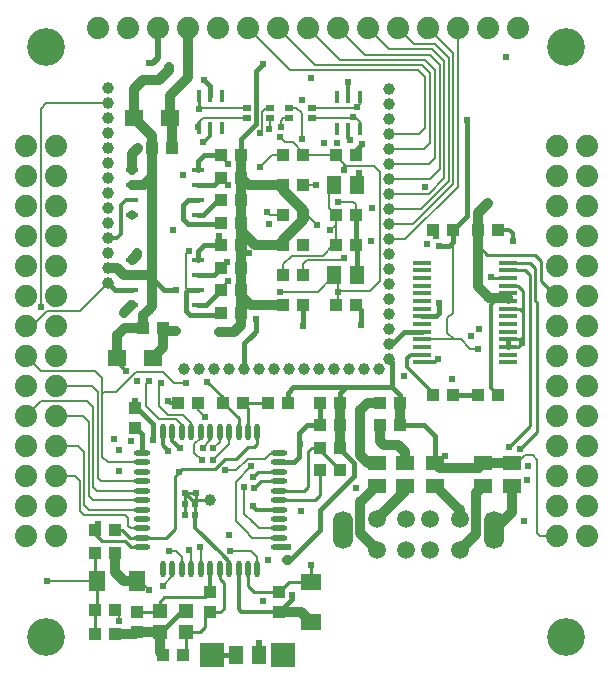
<source format=gbl>
G04 (created by PCBNEW (2013-03-19 BZR 4004)-stable) date 2015/1/14 18:16:16*
%MOIN*%
G04 Gerber Fmt 3.4, Leading zero omitted, Abs format*
%FSLAX34Y34*%
G01*
G70*
G90*
G04 APERTURE LIST*
%ADD10C,0*%
%ADD11R,0.0511X0.059*%
%ADD12R,0.059X0.0511*%
%ADD13R,0.0393X0.0433*%
%ADD14R,0.015748X0.0393701*%
%ADD15R,0.081X0.081*%
%ADD16C,0.126*%
%ADD17O,0.0551X0.0177*%
%ADD18O,0.0177X0.0551*%
%ADD19C,0.0393*%
%ADD20R,0.059X0.015*%
%ADD21R,0.0255906X0.019685*%
%ADD22R,0.0433X0.0393*%
%ADD23R,0.0551X0.0708*%
%ADD24R,0.0708X0.0551*%
%ADD25R,0.0511811X0.0452756*%
%ADD26R,0.0629X0.0551*%
%ADD27R,0.0393701X0.015748*%
%ADD28C,0.0393701*%
%ADD29C,0.074*%
%ADD30C,0.0590551*%
%ADD31O,0.0669291X0.125984*%
%ADD32C,0.0240157*%
%ADD33C,0.024*%
%ADD34C,0.032*%
%ADD35C,0.008*%
%ADD36C,0.016*%
%ADD37C,0.01*%
%ADD38C,0.032*%
%ADD39C,0.006*%
%ADD40C,0.012*%
%ADD41C,0.02*%
G04 APERTURE END LIST*
G54D10*
G54D11*
X42636Y-36500D03*
X41888Y-36500D03*
G54D12*
X43300Y-45776D03*
X43300Y-46524D03*
X46850Y-45776D03*
X46850Y-46524D03*
X47800Y-46524D03*
X47800Y-45776D03*
G54D11*
X38626Y-52150D03*
X39374Y-52150D03*
X41888Y-39500D03*
X42636Y-39500D03*
G54D12*
X45250Y-45776D03*
X45250Y-46524D03*
X44250Y-45776D03*
X44250Y-46524D03*
G54D13*
X36666Y-43750D03*
X37334Y-43750D03*
G54D14*
X42356Y-33566D03*
X42750Y-33566D03*
X42750Y-34629D03*
X42356Y-34629D03*
X41962Y-34629D03*
X41962Y-33566D03*
X37756Y-34583D03*
X37362Y-34583D03*
X37362Y-33520D03*
X37756Y-33520D03*
X38150Y-33520D03*
X38150Y-34583D03*
G54D15*
X37818Y-52150D03*
X40181Y-52150D03*
G54D16*
X49606Y-51574D03*
X49606Y-31889D03*
G54D17*
X40033Y-45426D03*
X40033Y-45741D03*
X40033Y-46056D03*
X40033Y-46371D03*
X40033Y-46686D03*
X40033Y-47000D03*
X40033Y-47314D03*
X40033Y-47629D03*
X40033Y-47944D03*
X40033Y-48259D03*
X40033Y-48574D03*
G54D18*
X39324Y-49283D03*
X39009Y-49283D03*
X38694Y-49283D03*
X38379Y-49283D03*
X38064Y-49283D03*
X37750Y-49283D03*
X37436Y-49283D03*
X37121Y-49283D03*
X36806Y-49283D03*
X36491Y-49283D03*
X36176Y-49283D03*
G54D17*
X35467Y-48574D03*
X35467Y-48259D03*
X35467Y-47944D03*
X35467Y-47629D03*
X35467Y-47314D03*
X35467Y-47000D03*
X35467Y-46686D03*
X35467Y-46371D03*
X35467Y-46056D03*
X35467Y-45741D03*
X35467Y-45426D03*
G54D18*
X36176Y-44717D03*
X36491Y-44717D03*
X36806Y-44717D03*
X37121Y-44717D03*
X37436Y-44717D03*
X37750Y-44717D03*
X38064Y-44717D03*
X38379Y-44717D03*
X38694Y-44717D03*
X39009Y-44717D03*
X39324Y-44717D03*
G54D19*
X37750Y-47000D03*
G54D20*
X44823Y-42413D03*
X44823Y-42157D03*
X44823Y-41901D03*
X44823Y-41645D03*
X44823Y-41389D03*
X44823Y-41133D03*
X44823Y-40877D03*
X44823Y-40623D03*
X44823Y-40367D03*
X44823Y-40111D03*
X44823Y-39855D03*
X44823Y-39599D03*
X44823Y-39343D03*
X44823Y-39087D03*
X47677Y-39087D03*
X47677Y-39343D03*
X47677Y-39599D03*
X47677Y-39855D03*
X47677Y-40111D03*
X47677Y-40367D03*
X47677Y-40623D03*
X47677Y-40877D03*
X47677Y-41133D03*
X47677Y-41389D03*
X47677Y-41645D03*
X47677Y-41901D03*
X47677Y-42157D03*
X47677Y-42413D03*
G54D21*
X40382Y-33922D03*
X40382Y-34277D03*
X41130Y-34277D03*
X41130Y-33922D03*
X39730Y-34277D03*
X39730Y-33922D03*
X38982Y-33922D03*
X38982Y-34277D03*
G54D13*
X38122Y-37750D03*
X38790Y-37750D03*
X38122Y-36250D03*
X38790Y-36250D03*
X40178Y-39500D03*
X40846Y-39500D03*
G54D22*
X37750Y-50066D03*
X37750Y-50734D03*
G54D13*
X41416Y-45250D03*
X42084Y-45250D03*
X40334Y-43750D03*
X39666Y-43750D03*
G54D22*
X35250Y-44584D03*
X35250Y-43916D03*
X40050Y-50066D03*
X40050Y-50734D03*
G54D13*
X38122Y-37000D03*
X38790Y-37000D03*
X38122Y-39250D03*
X38790Y-39250D03*
X38122Y-40750D03*
X38790Y-40750D03*
X38122Y-35500D03*
X38790Y-35500D03*
X33916Y-48750D03*
X34584Y-48750D03*
X46666Y-43500D03*
X47334Y-43500D03*
X38122Y-38500D03*
X38790Y-38500D03*
X38122Y-40000D03*
X38790Y-40000D03*
G54D23*
X33981Y-49700D03*
X35319Y-49700D03*
G54D24*
X41100Y-49731D03*
X41100Y-51069D03*
G54D25*
X36066Y-50695D03*
X36933Y-50695D03*
X36933Y-51404D03*
X36066Y-51404D03*
G54D26*
X35216Y-34250D03*
X36396Y-34250D03*
X34660Y-42250D03*
X35840Y-42250D03*
G54D22*
X42084Y-43750D03*
X41416Y-43750D03*
X42084Y-44500D03*
X41416Y-44500D03*
G54D13*
X35300Y-51384D03*
X35300Y-50716D03*
G54D22*
X36166Y-52150D03*
X36834Y-52150D03*
X38834Y-43750D03*
X38166Y-43750D03*
X34584Y-48000D03*
X33916Y-48000D03*
X41416Y-46000D03*
X42084Y-46000D03*
X43416Y-43750D03*
X44084Y-43750D03*
X45166Y-43500D03*
X45834Y-43500D03*
X47334Y-38000D03*
X46666Y-38000D03*
X43416Y-44500D03*
X44084Y-44500D03*
X45166Y-38000D03*
X45834Y-38000D03*
X35822Y-35250D03*
X36490Y-35250D03*
X35522Y-41250D03*
X36190Y-41250D03*
X41928Y-35500D03*
X42596Y-35500D03*
X40846Y-37500D03*
X40178Y-37500D03*
X40178Y-36500D03*
X40846Y-36500D03*
X40178Y-40500D03*
X40846Y-40500D03*
X42596Y-38500D03*
X41928Y-38500D03*
X42596Y-37500D03*
X41928Y-37500D03*
X41928Y-40500D03*
X42596Y-40500D03*
X40846Y-35500D03*
X40178Y-35500D03*
X40178Y-38500D03*
X40846Y-38500D03*
G54D27*
X37356Y-36000D03*
X37356Y-36500D03*
X37356Y-37000D03*
X37356Y-37500D03*
X35156Y-36000D03*
X35156Y-36500D03*
X35156Y-37000D03*
X35156Y-37500D03*
X37356Y-39000D03*
X37356Y-39500D03*
X37356Y-40000D03*
X37356Y-40500D03*
X35156Y-39000D03*
X35156Y-39500D03*
X35156Y-40000D03*
X35156Y-40500D03*
G54D28*
X34346Y-33260D03*
X34346Y-33760D03*
X34346Y-34260D03*
X34346Y-34760D03*
X34346Y-35260D03*
X34346Y-35760D03*
X34346Y-36260D03*
X34346Y-36760D03*
X34346Y-37260D03*
X34346Y-37760D03*
X34346Y-38260D03*
X34346Y-38760D03*
X34346Y-39260D03*
X34346Y-39760D03*
X43372Y-42640D03*
X42872Y-42640D03*
X42372Y-42640D03*
X41872Y-42640D03*
X41372Y-42640D03*
X40872Y-42640D03*
X40372Y-42640D03*
X39872Y-42640D03*
X39372Y-42640D03*
X38872Y-42640D03*
X38372Y-42640D03*
X37872Y-42640D03*
X37372Y-42640D03*
X36872Y-42640D03*
X43722Y-33290D03*
X43722Y-33790D03*
X43722Y-34290D03*
X43722Y-34790D03*
X43722Y-35290D03*
X43722Y-35790D03*
X43722Y-36290D03*
X43722Y-36790D03*
X43722Y-37290D03*
X43722Y-37790D03*
X43722Y-38290D03*
X43722Y-38790D03*
X43722Y-39290D03*
X43722Y-39790D03*
X43722Y-40290D03*
X43722Y-40790D03*
X43722Y-41290D03*
X43722Y-41790D03*
X43722Y-42290D03*
G54D16*
X32283Y-31889D03*
X32283Y-51574D03*
G54D29*
X37000Y-31250D03*
X38000Y-31250D03*
X39000Y-31250D03*
X40000Y-31250D03*
X41000Y-31250D03*
X42000Y-31250D03*
X43000Y-31250D03*
X44000Y-31250D03*
X45000Y-31250D03*
X46000Y-31250D03*
X47000Y-31250D03*
X48000Y-31250D03*
G54D30*
X44291Y-48661D03*
X45078Y-48661D03*
X44291Y-47637D03*
X45078Y-47637D03*
X43307Y-47637D03*
X43307Y-48661D03*
X46062Y-47637D03*
X46062Y-48661D03*
G54D31*
X42165Y-47992D03*
X47204Y-47992D03*
G54D29*
X49300Y-41200D03*
X50300Y-41200D03*
X49300Y-42200D03*
X50300Y-42200D03*
X49300Y-43200D03*
X50300Y-43200D03*
X49300Y-44200D03*
X50300Y-44200D03*
X49300Y-45200D03*
X50300Y-45200D03*
X49300Y-46200D03*
X50300Y-46200D03*
X49300Y-47200D03*
X50300Y-47200D03*
X49300Y-48200D03*
X50300Y-48200D03*
G54D13*
X34584Y-50650D03*
X33916Y-50650D03*
G54D22*
X34584Y-51450D03*
X33916Y-51450D03*
G54D29*
X31600Y-35200D03*
X32600Y-35200D03*
X31600Y-36200D03*
X32600Y-36200D03*
X31600Y-37200D03*
X32600Y-37200D03*
X31600Y-38200D03*
X32600Y-38200D03*
X31600Y-39200D03*
X32600Y-39200D03*
X31600Y-40200D03*
X32600Y-40200D03*
X31600Y-41200D03*
X32600Y-41200D03*
X32600Y-48200D03*
X31600Y-48200D03*
X32600Y-47200D03*
X31600Y-47200D03*
X32600Y-46200D03*
X31600Y-46200D03*
X32600Y-45200D03*
X31600Y-45200D03*
X32600Y-44200D03*
X31600Y-44200D03*
X32600Y-43200D03*
X31600Y-43200D03*
X32600Y-42200D03*
X31600Y-42200D03*
X49300Y-35200D03*
X50300Y-35200D03*
X49300Y-36200D03*
X50300Y-36200D03*
X49300Y-37200D03*
X50300Y-37200D03*
X49300Y-38200D03*
X50300Y-38200D03*
X49300Y-39200D03*
X50300Y-39200D03*
X49300Y-40200D03*
X50300Y-40200D03*
X34000Y-31250D03*
X35000Y-31250D03*
X36000Y-31250D03*
G54D32*
X35325Y-43025D03*
G54D33*
X46300Y-34325D03*
X39525Y-32450D03*
X35725Y-50000D03*
X48200Y-47700D03*
X46675Y-41950D03*
X47100Y-39550D03*
G54D32*
X35100Y-45016D03*
X38790Y-35875D03*
X36850Y-36150D03*
X45375Y-38525D03*
X38050Y-41400D03*
X43150Y-37250D03*
X41300Y-37825D03*
X39800Y-36500D03*
G54D33*
X39050Y-38750D03*
G54D32*
X40475Y-50175D03*
X36375Y-32575D03*
X34950Y-42700D03*
G54D33*
X41100Y-32925D03*
G54D32*
X36350Y-45350D03*
X36350Y-43700D03*
X40732Y-45130D03*
X39666Y-49000D03*
X47000Y-37100D03*
X36600Y-40000D03*
X39275Y-40975D03*
X35725Y-43025D03*
X36100Y-43100D03*
X37475Y-45675D03*
X37500Y-45250D03*
X37850Y-45275D03*
X37850Y-45650D03*
X37650Y-43050D03*
X42600Y-46600D03*
X36725Y-46075D03*
X37575Y-44225D03*
X36375Y-48700D03*
X36175Y-49850D03*
X37050Y-48650D03*
X37425Y-48575D03*
X35467Y-46056D03*
X34700Y-45325D03*
X34700Y-46025D03*
X38250Y-46000D03*
X38425Y-48700D03*
X35467Y-47629D03*
X44975Y-38450D03*
X36950Y-43100D03*
X40350Y-48575D03*
X39125Y-45875D03*
X48325Y-46325D03*
X39200Y-46600D03*
X48350Y-45875D03*
X39175Y-46225D03*
X41100Y-49150D03*
X38875Y-46575D03*
X39175Y-47200D03*
G54D34*
X35350Y-35275D03*
G54D32*
X44225Y-42875D03*
X45825Y-42950D03*
X45350Y-42300D03*
X44925Y-36550D03*
X43686Y-38250D03*
G54D33*
X32325Y-49700D03*
X32100Y-40550D03*
G54D32*
X47700Y-45225D03*
X48075Y-45300D03*
X41975Y-35100D03*
X46450Y-41525D03*
X41550Y-35100D03*
X46700Y-41300D03*
X42425Y-35000D03*
X42750Y-45225D03*
G54D34*
X34875Y-40750D03*
G54D32*
X43725Y-45150D03*
X37550Y-33000D03*
G54D34*
X35316Y-38750D03*
G54D32*
X35700Y-32425D03*
G54D34*
X35156Y-37500D03*
G54D32*
X48150Y-41760D03*
X35850Y-45000D03*
X47625Y-32225D03*
X45580Y-45540D03*
X45280Y-38200D03*
X45375Y-40425D03*
X34550Y-44950D03*
X36625Y-41375D03*
X40850Y-41200D03*
X42762Y-41166D03*
X39400Y-35900D03*
X42700Y-36100D03*
X42800Y-35125D03*
X41275Y-36500D03*
X40846Y-38500D03*
X39650Y-37400D03*
X36750Y-45250D03*
X35250Y-43700D03*
X36496Y-38000D03*
X37500Y-35075D03*
X36496Y-34794D03*
X42350Y-33050D03*
X40800Y-33675D03*
X47838Y-38375D03*
X34025Y-47800D03*
X36075Y-51800D03*
X39375Y-51775D03*
X39525Y-50375D03*
X40334Y-49000D03*
X43100Y-38375D03*
X37250Y-47500D03*
X37250Y-47125D03*
X36900Y-47500D03*
X36900Y-47125D03*
X36900Y-46750D03*
X37275Y-46750D03*
G54D33*
X38050Y-38200D03*
G54D32*
X37050Y-38700D03*
X38300Y-39050D03*
X39700Y-37800D03*
G54D33*
X38350Y-39700D03*
X38350Y-35800D03*
X38100Y-37000D03*
X38100Y-37750D03*
X38350Y-36500D03*
X41750Y-38000D03*
X42000Y-37050D03*
G54D32*
X40075Y-40050D03*
X42000Y-40075D03*
G54D33*
X40075Y-34900D03*
X42225Y-36000D03*
G54D32*
X40775Y-47375D03*
X38375Y-48150D03*
G54D33*
X34700Y-51025D03*
X42200Y-38925D03*
G54D32*
X42525Y-34225D03*
G54D33*
X40100Y-34550D03*
X40800Y-34975D03*
G54D32*
X37350Y-34575D03*
G54D33*
X39425Y-34775D03*
X39725Y-34625D03*
G54D32*
X37375Y-33975D03*
X42637Y-33912D03*
G54D35*
X45834Y-38000D02*
X45834Y-40766D01*
X45834Y-40766D02*
X45660Y-40940D01*
X45660Y-40940D02*
X45660Y-41440D01*
X45660Y-41440D02*
X45865Y-41645D01*
X44823Y-41645D02*
X45865Y-41645D01*
X45865Y-41645D02*
X46120Y-41645D01*
X46120Y-41645D02*
X46425Y-41950D01*
X46425Y-41950D02*
X46675Y-41950D01*
G54D36*
X45834Y-38000D02*
X46300Y-37534D01*
X46300Y-37534D02*
X46300Y-34325D01*
X39284Y-33175D02*
X39284Y-32690D01*
X39284Y-32690D02*
X39525Y-32450D01*
X38790Y-35500D02*
X38790Y-34959D01*
X38790Y-34959D02*
X39284Y-34465D01*
X39284Y-34465D02*
X39284Y-33175D01*
X39284Y-33175D02*
X39284Y-33165D01*
G54D35*
X35425Y-49700D02*
X35725Y-50000D01*
X35319Y-49700D02*
X35425Y-49700D01*
G54D37*
X47677Y-39599D02*
X47149Y-39599D01*
X47149Y-39599D02*
X47100Y-39550D01*
X45700Y-38525D02*
X45834Y-38391D01*
G54D36*
X35100Y-45016D02*
X35100Y-45025D01*
X45375Y-38525D02*
X45700Y-38525D01*
X45700Y-38525D02*
X45834Y-38391D01*
X45834Y-38391D02*
X45834Y-38000D01*
G54D38*
X38050Y-41400D02*
X38550Y-41400D01*
X38550Y-41400D02*
X38790Y-41159D01*
X38790Y-41159D02*
X38790Y-40750D01*
G54D39*
X43150Y-37250D02*
X43150Y-37225D01*
X41300Y-37825D02*
X40975Y-37500D01*
X40975Y-37500D02*
X40846Y-37500D01*
G54D38*
X34584Y-48750D02*
X34584Y-49409D01*
X34875Y-49700D02*
X35319Y-49700D01*
X34584Y-49409D02*
X34875Y-49700D01*
X40178Y-38500D02*
X40178Y-38321D01*
X40846Y-37653D02*
X40846Y-37500D01*
X40178Y-38321D02*
X40846Y-37653D01*
X40178Y-38500D02*
X39250Y-38500D01*
X39250Y-38500D02*
X38790Y-38040D01*
X40846Y-37500D02*
X40846Y-37346D01*
X40846Y-37346D02*
X40178Y-36678D01*
X40178Y-36678D02*
X40178Y-36500D01*
G54D39*
X38800Y-38500D02*
X38790Y-38500D01*
X39050Y-38750D02*
X38800Y-38500D01*
G54D38*
X40178Y-40500D02*
X39100Y-40500D01*
X38790Y-40190D02*
X38790Y-40000D01*
X39100Y-40500D02*
X38790Y-40190D01*
X40178Y-36500D02*
X39800Y-36500D01*
X39800Y-36500D02*
X39040Y-36500D01*
X39040Y-36500D02*
X38790Y-36250D01*
X38790Y-35500D02*
X38790Y-35875D01*
X38790Y-35875D02*
X38790Y-36250D01*
X38790Y-37000D02*
X38790Y-36250D01*
X38790Y-38500D02*
X38790Y-38040D01*
X38790Y-38040D02*
X38790Y-37750D01*
X38790Y-37750D02*
X38790Y-37000D01*
X38790Y-39250D02*
X38790Y-38500D01*
X38790Y-40000D02*
X38790Y-39250D01*
X38790Y-40750D02*
X38790Y-40000D01*
G54D36*
X40050Y-50734D02*
X40475Y-50309D01*
X40475Y-50309D02*
X40475Y-50175D01*
G54D37*
X49300Y-40200D02*
X49280Y-40200D01*
X49280Y-40200D02*
X48770Y-39690D01*
X48770Y-39690D02*
X48770Y-39020D01*
X48770Y-39020D02*
X48570Y-38820D01*
X48570Y-38820D02*
X46980Y-38820D01*
X46980Y-38820D02*
X46666Y-38506D01*
G54D38*
X35216Y-34250D02*
X35216Y-33283D01*
X35216Y-33283D02*
X35500Y-33000D01*
X35500Y-33000D02*
X36050Y-33000D01*
X36050Y-33000D02*
X36375Y-32675D01*
X36375Y-32675D02*
X36375Y-32575D01*
G54D39*
X34660Y-42250D02*
X34660Y-42410D01*
G54D40*
X34660Y-42410D02*
X34950Y-42700D01*
X40725Y-45475D02*
X40725Y-45137D01*
X40725Y-45137D02*
X40732Y-45130D01*
G54D39*
X40725Y-45425D02*
X40725Y-45137D01*
X40725Y-45137D02*
X40732Y-45130D01*
G54D40*
X36176Y-44717D02*
X36176Y-45176D01*
X36176Y-45176D02*
X36350Y-45350D01*
X36666Y-43750D02*
X36400Y-43750D01*
X36400Y-43750D02*
X36350Y-43700D01*
X47334Y-43500D02*
X47103Y-43269D01*
X47103Y-43269D02*
X47103Y-40502D01*
X47103Y-40502D02*
X47355Y-40250D01*
X38694Y-49283D02*
X38694Y-50644D01*
X38694Y-50644D02*
X38784Y-50734D01*
X38784Y-50734D02*
X40050Y-50734D01*
G54D36*
X39666Y-49000D02*
X39675Y-48991D01*
X39675Y-48991D02*
X39675Y-48975D01*
G54D38*
X46666Y-38000D02*
X46666Y-37434D01*
X46666Y-37434D02*
X47000Y-37100D01*
X35216Y-34250D02*
X35216Y-33283D01*
X46666Y-38000D02*
X46666Y-38506D01*
X46666Y-38506D02*
X46666Y-38441D01*
X46666Y-38441D02*
X46666Y-39866D01*
X46666Y-39866D02*
X47050Y-40250D01*
X47050Y-40250D02*
X47355Y-40250D01*
X47355Y-40250D02*
X47677Y-40250D01*
G54D36*
X47677Y-40111D02*
X47677Y-40250D01*
X47677Y-40250D02*
X47677Y-40367D01*
X36600Y-40000D02*
X36222Y-40000D01*
X36222Y-40000D02*
X35822Y-39600D01*
G54D38*
X35156Y-39500D02*
X34875Y-39500D01*
X34875Y-39500D02*
X34635Y-39260D01*
X34635Y-39260D02*
X34346Y-39260D01*
X35156Y-39500D02*
X35722Y-39500D01*
X35722Y-39500D02*
X35822Y-39600D01*
X35700Y-40650D02*
X35822Y-40527D01*
X35822Y-40527D02*
X35822Y-39600D01*
X35822Y-39600D02*
X35822Y-36227D01*
G54D36*
X40033Y-45741D02*
X40559Y-45741D01*
X40559Y-45741D02*
X40725Y-45575D01*
X40725Y-45575D02*
X40725Y-45475D01*
X40725Y-45475D02*
X40725Y-45425D01*
X40725Y-45425D02*
X40725Y-44750D01*
X40725Y-44750D02*
X40975Y-44500D01*
X40975Y-44500D02*
X41416Y-44500D01*
X41416Y-43750D02*
X41416Y-44500D01*
G54D38*
X40050Y-50734D02*
X40765Y-50734D01*
X40765Y-50734D02*
X41100Y-51069D01*
X35522Y-41250D02*
X35522Y-40827D01*
X35522Y-40827D02*
X35700Y-40650D01*
X34660Y-42250D02*
X34660Y-41490D01*
X34900Y-41250D02*
X35522Y-41250D01*
X34660Y-41490D02*
X34900Y-41250D01*
X35822Y-35250D02*
X35822Y-36227D01*
X35550Y-36500D02*
X35156Y-36500D01*
X35822Y-36227D02*
X35550Y-36500D01*
X35822Y-35250D02*
X35822Y-34856D01*
X35822Y-34856D02*
X35216Y-34250D01*
G54D36*
X38872Y-42640D02*
X38872Y-41777D01*
X38872Y-41777D02*
X39275Y-41375D01*
X39275Y-41375D02*
X39275Y-40975D01*
X38872Y-42640D02*
X38872Y-41777D01*
X38872Y-41777D02*
X39200Y-41450D01*
G54D39*
X36806Y-44717D02*
X36806Y-44506D01*
X35625Y-43875D02*
X35625Y-43125D01*
X36050Y-44300D02*
X35625Y-43875D01*
X36600Y-44300D02*
X36050Y-44300D01*
X36806Y-44506D02*
X36600Y-44300D01*
X35725Y-43025D02*
X35625Y-43125D01*
X36050Y-43150D02*
X36100Y-43100D01*
X37121Y-44717D02*
X37121Y-44421D01*
X36050Y-43875D02*
X36050Y-43475D01*
X36334Y-44159D02*
X36050Y-43875D01*
X36859Y-44159D02*
X36334Y-44159D01*
X37121Y-44421D02*
X36859Y-44159D01*
X36050Y-43475D02*
X36050Y-43150D01*
X37436Y-44717D02*
X37436Y-44914D01*
X37436Y-44914D02*
X37225Y-45125D01*
X37225Y-45125D02*
X37225Y-45425D01*
X37225Y-45425D02*
X37475Y-45675D01*
X37750Y-45000D02*
X37500Y-45250D01*
X37750Y-44717D02*
X37750Y-45000D01*
X38064Y-44717D02*
X38064Y-45061D01*
X38064Y-45061D02*
X37850Y-45275D01*
X38379Y-44717D02*
X38379Y-45121D01*
X38379Y-45121D02*
X37850Y-45650D01*
G54D37*
X38166Y-43750D02*
X38166Y-43566D01*
X38166Y-43566D02*
X37650Y-43050D01*
X38694Y-44717D02*
X38694Y-44278D01*
X38694Y-44278D02*
X38166Y-43750D01*
G54D39*
X36575Y-46225D02*
X36725Y-46075D01*
X37334Y-43750D02*
X37334Y-43984D01*
X37334Y-43984D02*
X37575Y-44225D01*
G54D37*
X35975Y-48259D02*
X36291Y-48259D01*
X36825Y-45975D02*
X37900Y-45975D01*
X37900Y-45975D02*
X38250Y-45625D01*
X38250Y-45625D02*
X38625Y-45625D01*
X38625Y-45625D02*
X39025Y-45225D01*
X39025Y-45225D02*
X39225Y-45225D01*
X39225Y-45225D02*
X39324Y-45126D01*
X39324Y-45126D02*
X39324Y-44717D01*
X35467Y-48259D02*
X35975Y-48259D01*
X36575Y-46225D02*
X36825Y-45975D01*
X36575Y-47975D02*
X36575Y-46225D01*
X36291Y-48259D02*
X36575Y-47975D01*
X35467Y-48259D02*
X35084Y-48259D01*
X34825Y-48000D02*
X34584Y-48000D01*
X35084Y-48259D02*
X34825Y-48000D01*
G54D39*
X36806Y-48881D02*
X36625Y-48700D01*
X36625Y-48700D02*
X36375Y-48700D01*
X36806Y-48881D02*
X36806Y-49283D01*
X36491Y-49534D02*
X36175Y-49850D01*
X36491Y-49534D02*
X36491Y-49283D01*
X37121Y-48721D02*
X37050Y-48650D01*
X37121Y-48721D02*
X37121Y-49283D01*
X37436Y-48586D02*
X37425Y-48575D01*
X37436Y-48586D02*
X37436Y-49283D01*
X32600Y-46200D02*
X33250Y-46200D01*
X35094Y-47944D02*
X35467Y-47944D01*
X35000Y-47850D02*
X35094Y-47944D01*
X35000Y-47600D02*
X35000Y-47850D01*
X34900Y-47500D02*
X35000Y-47600D01*
X33550Y-47500D02*
X34900Y-47500D01*
X33409Y-47359D02*
X33550Y-47500D01*
X33409Y-46359D02*
X33409Y-47359D01*
X33250Y-46200D02*
X33409Y-46359D01*
X33550Y-46900D02*
X33550Y-47152D01*
X33711Y-47314D02*
X35467Y-47314D01*
X33550Y-47152D02*
X33711Y-47314D01*
X32600Y-45200D02*
X33350Y-45200D01*
X33550Y-45400D02*
X33550Y-46900D01*
X33350Y-45200D02*
X33550Y-45400D01*
X33814Y-47314D02*
X35467Y-47314D01*
X35467Y-47314D02*
X33814Y-47314D01*
X38575Y-46000D02*
X38625Y-46000D01*
X38625Y-46000D02*
X39000Y-45625D01*
X39000Y-45625D02*
X39575Y-45625D01*
X39575Y-45625D02*
X39774Y-45426D01*
X39774Y-45426D02*
X40033Y-45426D01*
X38575Y-46000D02*
X38250Y-46000D01*
G54D36*
X35467Y-45426D02*
X35467Y-44801D01*
X35467Y-44801D02*
X35250Y-44584D01*
G54D39*
X34350Y-46371D02*
X34121Y-46371D01*
X34121Y-46371D02*
X34000Y-46250D01*
X35467Y-46371D02*
X34350Y-46371D01*
X33800Y-43200D02*
X32600Y-43200D01*
X34000Y-43400D02*
X33800Y-43200D01*
X34000Y-46250D02*
X34000Y-43400D01*
X38450Y-48700D02*
X38425Y-48700D01*
X39324Y-49283D02*
X39324Y-48899D01*
X39125Y-48700D02*
X38450Y-48700D01*
X39324Y-48899D02*
X39125Y-48700D01*
X36550Y-43100D02*
X36175Y-42725D01*
X36950Y-43100D02*
X36550Y-43100D01*
X35275Y-42725D02*
X36175Y-42725D01*
X34600Y-43400D02*
X35275Y-42725D01*
X34225Y-43400D02*
X34600Y-43400D01*
X34150Y-43475D02*
X34225Y-43400D01*
X34150Y-43550D02*
X34150Y-43475D01*
X33925Y-42700D02*
X32100Y-42700D01*
X34150Y-43300D02*
X34150Y-42925D01*
X32100Y-42700D02*
X31600Y-42200D01*
X34150Y-42925D02*
X33925Y-42700D01*
X34150Y-45550D02*
X34341Y-45741D01*
X34150Y-43300D02*
X34150Y-43550D01*
X34150Y-43550D02*
X34150Y-45550D01*
X35467Y-45741D02*
X34341Y-45741D01*
X32600Y-44200D02*
X33500Y-44200D01*
X33850Y-47000D02*
X35467Y-47000D01*
X33700Y-46850D02*
X33850Y-47000D01*
X33700Y-44400D02*
X33700Y-46850D01*
X33500Y-44200D02*
X33700Y-44400D01*
X32650Y-43700D02*
X33650Y-43700D01*
X33850Y-46550D02*
X33986Y-46686D01*
X33850Y-43900D02*
X33850Y-46550D01*
X33650Y-43700D02*
X33850Y-43900D01*
X35467Y-46686D02*
X33986Y-46686D01*
X32100Y-43700D02*
X31600Y-44200D01*
X32650Y-43700D02*
X32100Y-43700D01*
X40349Y-48574D02*
X40350Y-48575D01*
X40349Y-48574D02*
X40033Y-48574D01*
X38600Y-47700D02*
X38600Y-46400D01*
X38600Y-46400D02*
X39125Y-45875D01*
X39159Y-48259D02*
X40033Y-48259D01*
X39159Y-48259D02*
X38900Y-48000D01*
X38900Y-48000D02*
X38600Y-47700D01*
G54D37*
X40033Y-46371D02*
X39429Y-46371D01*
X39429Y-46371D02*
X39200Y-46600D01*
X40033Y-46056D02*
X39344Y-46056D01*
X39344Y-46056D02*
X39175Y-46225D01*
X41100Y-49731D02*
X41100Y-49150D01*
X39009Y-49283D02*
X39009Y-49859D01*
X39216Y-50066D02*
X40050Y-50066D01*
X39009Y-49859D02*
X39216Y-50066D01*
X41100Y-49731D02*
X40385Y-49731D01*
X40385Y-49731D02*
X40050Y-50066D01*
G54D39*
X38875Y-47450D02*
X38875Y-46575D01*
X38875Y-47450D02*
X39162Y-47737D01*
X39369Y-47944D02*
X39162Y-47737D01*
X39162Y-47737D02*
X39150Y-47725D01*
X39369Y-47944D02*
X40033Y-47944D01*
G54D37*
X41416Y-45250D02*
X41150Y-45250D01*
X40889Y-46686D02*
X40033Y-46686D01*
X41025Y-46550D02*
X40889Y-46686D01*
X41025Y-45375D02*
X41025Y-46550D01*
X41150Y-45250D02*
X41025Y-45375D01*
X42084Y-46000D02*
X42084Y-45984D01*
X41416Y-45316D02*
X41416Y-45250D01*
X42084Y-45984D02*
X41416Y-45316D01*
G54D40*
X40033Y-47314D02*
X39289Y-47314D01*
X39289Y-47314D02*
X39175Y-47200D01*
G54D38*
X35156Y-36000D02*
X35156Y-35468D01*
X35156Y-35468D02*
X35350Y-35275D01*
G54D36*
X43722Y-41790D02*
X43810Y-41790D01*
X44211Y-41389D02*
X44823Y-41389D01*
X43810Y-41790D02*
X44211Y-41389D01*
G54D40*
X44823Y-42413D02*
X45237Y-42413D01*
X45237Y-42413D02*
X45350Y-42300D01*
G54D39*
X44725Y-31975D02*
X45150Y-31975D01*
X45035Y-36790D02*
X43722Y-36790D01*
X45550Y-36275D02*
X45035Y-36790D01*
X45550Y-32375D02*
X45550Y-36275D01*
X45150Y-31975D02*
X45550Y-32375D01*
X43000Y-31250D02*
X43725Y-31975D01*
X43725Y-31975D02*
X44725Y-31975D01*
X43722Y-37290D02*
X44785Y-37290D01*
X45700Y-32250D02*
X45250Y-31800D01*
X45700Y-36375D02*
X45700Y-32250D01*
X44785Y-37290D02*
X45700Y-36375D01*
X44000Y-31250D02*
X44550Y-31800D01*
X44550Y-31800D02*
X45250Y-31800D01*
X46000Y-31250D02*
X46000Y-36550D01*
X44260Y-38290D02*
X43722Y-38290D01*
X46000Y-36550D02*
X44260Y-38290D01*
X44425Y-37790D02*
X44510Y-37790D01*
X45850Y-36450D02*
X45850Y-36400D01*
X44510Y-37790D02*
X45850Y-36450D01*
X45687Y-31937D02*
X45850Y-32100D01*
X44425Y-37790D02*
X43722Y-37790D01*
X45850Y-32100D02*
X45850Y-36400D01*
X45687Y-31937D02*
X45000Y-31250D01*
X40425Y-32675D02*
X39000Y-31250D01*
X43722Y-34790D02*
X44710Y-34790D01*
X44675Y-32675D02*
X40425Y-32675D01*
X44900Y-32900D02*
X44675Y-32675D01*
X44900Y-34600D02*
X44900Y-32900D01*
X44710Y-34790D02*
X44900Y-34600D01*
X40000Y-31250D02*
X41250Y-32500D01*
X44885Y-35290D02*
X43722Y-35290D01*
X45075Y-35100D02*
X44885Y-35290D01*
X45075Y-32750D02*
X45075Y-35100D01*
X44825Y-32500D02*
X45075Y-32750D01*
X41250Y-32500D02*
X44825Y-32500D01*
X44950Y-32150D02*
X45075Y-32150D01*
X42900Y-32150D02*
X44950Y-32150D01*
X42000Y-31250D02*
X42900Y-32150D01*
X45085Y-36290D02*
X43722Y-36290D01*
X45409Y-35965D02*
X45085Y-36290D01*
X45409Y-32484D02*
X45409Y-35965D01*
X45075Y-32150D02*
X45409Y-32484D01*
X43722Y-35790D02*
X45060Y-35790D01*
X42075Y-32325D02*
X41000Y-31250D01*
X44900Y-32325D02*
X42075Y-32325D01*
X45250Y-32675D02*
X44900Y-32325D01*
X45250Y-35600D02*
X45250Y-32675D01*
X45060Y-35790D02*
X45250Y-35600D01*
G54D35*
X34346Y-33760D02*
X32290Y-33760D01*
X32325Y-49700D02*
X33981Y-49700D01*
X32100Y-33950D02*
X32100Y-40550D01*
X32290Y-33760D02*
X32100Y-33950D01*
G54D37*
X33916Y-51450D02*
X33916Y-50650D01*
X33981Y-49700D02*
X33981Y-50585D01*
X33981Y-50585D02*
X33916Y-50650D01*
X33916Y-48750D02*
X33916Y-49635D01*
X33916Y-49635D02*
X33981Y-49700D01*
X47677Y-39343D02*
X48232Y-39343D01*
X48232Y-39343D02*
X48400Y-39510D01*
X48400Y-39510D02*
X48400Y-40460D01*
X48400Y-40460D02*
X48410Y-40470D01*
X47700Y-45225D02*
X48410Y-44515D01*
X48410Y-44515D02*
X48410Y-40470D01*
X47677Y-39087D02*
X48406Y-39087D01*
X48406Y-39087D02*
X48589Y-39270D01*
X48589Y-39270D02*
X48589Y-40349D01*
X48589Y-40349D02*
X48650Y-40410D01*
X48650Y-40410D02*
X48650Y-44725D01*
X48650Y-44725D02*
X48075Y-45300D01*
G54D40*
X42356Y-34629D02*
X42356Y-34931D01*
X42356Y-34931D02*
X42425Y-35000D01*
G54D38*
X34875Y-40750D02*
X35125Y-40500D01*
X35125Y-40500D02*
X35156Y-40500D01*
X43416Y-43750D02*
X43000Y-43750D01*
X43026Y-45776D02*
X43300Y-45776D01*
X42750Y-45500D02*
X43026Y-45776D01*
X42750Y-44000D02*
X42750Y-45225D01*
X42750Y-45225D02*
X42750Y-45500D01*
X43000Y-43750D02*
X42750Y-44000D01*
G54D36*
X37756Y-33520D02*
X37756Y-33206D01*
X37756Y-33206D02*
X37550Y-33000D01*
G54D38*
X35316Y-38840D02*
X35156Y-39000D01*
X35316Y-38750D02*
X35316Y-38840D01*
X44250Y-45776D02*
X44250Y-45400D01*
X43416Y-45016D02*
X43416Y-44500D01*
X43550Y-45150D02*
X43416Y-45016D01*
X44000Y-45150D02*
X43725Y-45150D01*
X43725Y-45150D02*
X43550Y-45150D01*
X44250Y-45400D02*
X44000Y-45150D01*
G54D41*
X35700Y-32425D02*
X35850Y-32425D01*
X35850Y-32425D02*
X36000Y-32275D01*
X36000Y-32275D02*
X36000Y-31250D01*
G54D37*
X38834Y-43750D02*
X39666Y-43750D01*
X39009Y-44717D02*
X39009Y-43925D01*
X39009Y-43925D02*
X38834Y-43750D01*
G54D36*
X42084Y-45250D02*
X42084Y-45304D01*
X42084Y-45304D02*
X42550Y-45770D01*
X42550Y-45770D02*
X42550Y-46190D01*
X42550Y-46190D02*
X41400Y-47340D01*
X41400Y-47340D02*
X41400Y-48010D01*
X41400Y-48010D02*
X40410Y-49000D01*
X40410Y-49000D02*
X40334Y-49000D01*
G54D37*
X48190Y-41480D02*
X48190Y-41720D01*
X48190Y-41720D02*
X48150Y-41760D01*
X47677Y-41901D02*
X48009Y-41901D01*
X48009Y-41901D02*
X48150Y-41760D01*
X48190Y-40840D02*
X48190Y-40030D01*
X48190Y-40030D02*
X48015Y-39855D01*
X48015Y-39855D02*
X47677Y-39855D01*
X47677Y-40623D02*
X48083Y-40623D01*
X48083Y-40623D02*
X48190Y-40730D01*
X48190Y-40730D02*
X48190Y-40840D01*
X48190Y-40840D02*
X48190Y-41480D01*
X48190Y-41480D02*
X48190Y-41560D01*
X48190Y-41560D02*
X48105Y-41645D01*
X48105Y-41645D02*
X47677Y-41645D01*
G54D36*
X47677Y-41645D02*
X47677Y-41901D01*
X35250Y-43700D02*
X35250Y-43850D01*
X35250Y-43850D02*
X35850Y-44450D01*
X35850Y-44450D02*
X35850Y-45000D01*
G54D38*
X36396Y-34250D02*
X36396Y-33528D01*
X36396Y-33528D02*
X37025Y-32900D01*
X37025Y-32900D02*
X37025Y-31275D01*
X37025Y-31275D02*
X37000Y-31250D01*
G54D35*
X47800Y-45776D02*
X47984Y-45776D01*
X47984Y-45776D02*
X48260Y-45500D01*
X48260Y-45500D02*
X48500Y-45500D01*
X48500Y-45500D02*
X48660Y-45660D01*
X48660Y-45660D02*
X48660Y-48100D01*
X48660Y-48100D02*
X48760Y-48200D01*
X48760Y-48200D02*
X49300Y-48200D01*
X45344Y-45776D02*
X45580Y-45540D01*
X45250Y-45776D02*
X45344Y-45776D01*
X45166Y-38000D02*
X45166Y-38086D01*
X45166Y-38086D02*
X45280Y-38200D01*
G54D36*
X44823Y-40877D02*
X45273Y-40877D01*
X45273Y-40877D02*
X45375Y-40775D01*
X45375Y-40775D02*
X45375Y-40425D01*
X40334Y-43750D02*
X40334Y-43416D01*
X40334Y-43416D02*
X40525Y-43225D01*
X40525Y-43225D02*
X42275Y-43225D01*
X43722Y-42290D02*
X43825Y-42392D01*
X43825Y-42392D02*
X43825Y-43225D01*
X43825Y-43225D02*
X44084Y-43484D01*
X44084Y-44500D02*
X44875Y-44500D01*
X44875Y-44500D02*
X45250Y-44875D01*
X45250Y-44875D02*
X45250Y-45776D01*
G54D38*
X36190Y-41250D02*
X36315Y-41375D01*
X36315Y-41375D02*
X36625Y-41375D01*
X35840Y-42250D02*
X36190Y-41899D01*
X36190Y-41899D02*
X36190Y-41250D01*
G54D39*
X31600Y-41200D02*
X31800Y-41200D01*
X31800Y-41200D02*
X32300Y-40700D01*
X32300Y-40700D02*
X33406Y-40700D01*
X33406Y-40700D02*
X34346Y-39760D01*
G54D36*
X42084Y-43750D02*
X42084Y-43416D01*
X42084Y-43416D02*
X42275Y-43225D01*
X42275Y-43225D02*
X43825Y-43225D01*
X43825Y-43225D02*
X44084Y-43484D01*
X44084Y-43484D02*
X44084Y-43750D01*
X40846Y-40500D02*
X40846Y-41196D01*
X40846Y-41196D02*
X40850Y-41200D01*
X42762Y-41166D02*
X42762Y-40666D01*
X42762Y-40666D02*
X42596Y-40500D01*
X42762Y-41166D02*
X42771Y-41175D01*
X42771Y-41175D02*
X42775Y-41175D01*
X35156Y-40000D02*
X34586Y-40000D01*
X34586Y-40000D02*
X34346Y-39760D01*
G54D39*
X39400Y-35900D02*
X39800Y-35500D01*
X39800Y-35500D02*
X40178Y-35500D01*
X42636Y-36500D02*
X42636Y-36163D01*
X42636Y-36163D02*
X42700Y-36100D01*
G54D36*
X42596Y-35500D02*
X42596Y-35328D01*
X42596Y-35328D02*
X42800Y-35125D01*
G54D39*
X40846Y-36500D02*
X41275Y-36500D01*
X39650Y-37400D02*
X39750Y-37500D01*
X39750Y-37500D02*
X40178Y-37500D01*
G54D40*
X36491Y-44717D02*
X36491Y-45016D01*
X36491Y-45016D02*
X36775Y-45300D01*
X36775Y-45300D02*
X36750Y-45250D01*
X35250Y-43916D02*
X35250Y-43700D01*
X36496Y-38000D02*
X36500Y-38000D01*
X34346Y-38260D02*
X34640Y-38260D01*
X34640Y-38260D02*
X34775Y-38125D01*
X34775Y-38125D02*
X34775Y-37175D01*
X34775Y-37175D02*
X34950Y-37000D01*
X34950Y-37000D02*
X35156Y-37000D01*
X37756Y-34583D02*
X37756Y-34868D01*
X37756Y-34868D02*
X37550Y-35075D01*
X37550Y-35075D02*
X37500Y-35075D01*
X36496Y-34794D02*
X36490Y-34800D01*
X42356Y-33566D02*
X42356Y-33056D01*
X42356Y-33056D02*
X42350Y-33050D01*
X47838Y-38375D02*
X47838Y-38113D01*
X47838Y-38113D02*
X47725Y-38000D01*
X47725Y-38000D02*
X47334Y-38000D01*
X47838Y-38375D02*
X47850Y-38375D01*
X33916Y-48000D02*
X34025Y-47891D01*
X34025Y-47891D02*
X34025Y-47800D01*
X38137Y-48812D02*
X37250Y-47925D01*
X37250Y-47925D02*
X37250Y-47500D01*
X38379Y-49283D02*
X38379Y-49054D01*
X38379Y-49054D02*
X38137Y-48812D01*
G54D38*
X36075Y-51800D02*
X36066Y-51800D01*
G54D36*
X36933Y-50695D02*
X36804Y-50695D01*
X36804Y-50695D02*
X36095Y-51404D01*
X36095Y-51404D02*
X36066Y-51404D01*
X39374Y-52150D02*
X39374Y-51776D01*
X39374Y-51776D02*
X39375Y-51775D01*
G54D38*
X40334Y-49000D02*
X40325Y-49000D01*
G54D37*
X37250Y-47125D02*
X37250Y-47500D01*
X37275Y-46750D02*
X37275Y-47100D01*
X37275Y-47100D02*
X37250Y-47125D01*
X36900Y-47125D02*
X36900Y-47500D01*
X36900Y-46750D02*
X36900Y-47125D01*
X36900Y-46750D02*
X37275Y-46750D01*
X37750Y-47000D02*
X37150Y-47000D01*
X37150Y-47000D02*
X36900Y-46750D01*
X35467Y-48574D02*
X35124Y-48574D01*
X33916Y-48141D02*
X33916Y-48000D01*
X34150Y-48375D02*
X33916Y-48141D01*
X34925Y-48375D02*
X34150Y-48375D01*
X35124Y-48574D02*
X34925Y-48375D01*
G54D38*
X34584Y-51450D02*
X35234Y-51450D01*
X35234Y-51450D02*
X35300Y-51384D01*
X36066Y-51404D02*
X35320Y-51404D01*
X35320Y-51404D02*
X35300Y-51384D01*
X36066Y-51404D02*
X36066Y-51800D01*
X36066Y-51800D02*
X36066Y-52050D01*
X36066Y-52050D02*
X36166Y-52150D01*
X36396Y-34250D02*
X36490Y-34344D01*
X36490Y-34344D02*
X36490Y-34800D01*
X36490Y-34800D02*
X36490Y-35250D01*
X42084Y-44500D02*
X42084Y-45250D01*
X42084Y-43750D02*
X42084Y-44500D01*
X44084Y-43750D02*
X44084Y-44500D01*
X46850Y-45776D02*
X46701Y-45925D01*
X45399Y-45925D02*
X45250Y-45776D01*
X46701Y-45925D02*
X45399Y-45925D01*
X46850Y-45776D02*
X47800Y-45776D01*
G54D36*
X38626Y-52150D02*
X37818Y-52150D01*
G54D39*
X38122Y-38272D02*
X38122Y-38500D01*
X38050Y-38200D02*
X38122Y-38272D01*
G54D36*
X37356Y-39000D02*
X37356Y-38693D01*
X37550Y-38500D02*
X38122Y-38500D01*
X37356Y-38693D02*
X37550Y-38500D01*
X38122Y-40750D02*
X38047Y-40825D01*
X38047Y-40825D02*
X37075Y-40825D01*
X37075Y-40825D02*
X36950Y-40700D01*
X36950Y-40700D02*
X36950Y-40075D01*
X36950Y-40075D02*
X37025Y-40000D01*
G54D39*
X36950Y-39475D02*
X36950Y-39925D01*
X36950Y-39925D02*
X37025Y-40000D01*
X37050Y-38700D02*
X36950Y-38800D01*
X36950Y-38800D02*
X36950Y-39475D01*
G54D36*
X38122Y-40750D02*
X38047Y-40825D01*
X37025Y-40000D02*
X37356Y-40000D01*
G54D39*
X38122Y-39250D02*
X38122Y-39227D01*
X38122Y-39227D02*
X38300Y-39050D01*
X38300Y-39050D02*
X38122Y-39250D01*
X38122Y-39250D02*
X38122Y-39227D01*
X38122Y-39227D02*
X38300Y-39050D01*
X38300Y-39050D02*
X38122Y-39250D01*
G54D36*
X37356Y-39500D02*
X37872Y-39500D01*
X37872Y-39500D02*
X38122Y-39250D01*
G54D39*
X38122Y-39927D02*
X38122Y-40000D01*
X38350Y-39700D02*
X38122Y-39927D01*
G54D36*
X37356Y-40500D02*
X37622Y-40500D01*
X37622Y-40500D02*
X38122Y-40000D01*
G54D39*
X38122Y-35572D02*
X38122Y-35500D01*
X38350Y-35800D02*
X38122Y-35572D01*
G54D36*
X37356Y-36000D02*
X37356Y-35693D01*
X37550Y-35500D02*
X38122Y-35500D01*
X37356Y-35693D02*
X37550Y-35500D01*
G54D39*
X38100Y-37000D02*
X38122Y-37000D01*
G54D36*
X37356Y-37500D02*
X37500Y-37500D01*
X38000Y-37000D02*
X38122Y-37000D01*
X37500Y-37500D02*
X38000Y-37000D01*
G54D39*
X38100Y-37750D02*
X38122Y-37750D01*
G54D36*
X38122Y-37750D02*
X38072Y-37800D01*
X37000Y-37000D02*
X37356Y-37000D01*
X36850Y-37150D02*
X37000Y-37000D01*
X36850Y-37625D02*
X36850Y-37150D01*
X37025Y-37800D02*
X36850Y-37625D01*
X38072Y-37800D02*
X37025Y-37800D01*
G54D39*
X38122Y-36272D02*
X38122Y-36250D01*
X38350Y-36500D02*
X38122Y-36272D01*
G54D36*
X37356Y-36500D02*
X37872Y-36500D01*
X37872Y-36500D02*
X38122Y-36250D01*
G54D39*
X41928Y-37821D02*
X41928Y-37500D01*
X41750Y-38000D02*
X41928Y-37821D01*
X41928Y-37500D02*
X41700Y-37271D01*
X41700Y-37271D02*
X41700Y-36688D01*
X41700Y-36688D02*
X41888Y-36500D01*
X41928Y-38500D02*
X41928Y-37500D01*
X40178Y-39500D02*
X40178Y-39146D01*
X40178Y-39146D02*
X40475Y-38850D01*
X41850Y-38500D02*
X41928Y-38500D01*
X41500Y-38850D02*
X41850Y-38500D01*
X40475Y-38850D02*
X41500Y-38850D01*
G54D38*
X47800Y-46524D02*
X47800Y-47396D01*
X47800Y-47396D02*
X47204Y-47992D01*
X43300Y-46524D02*
X42750Y-47074D01*
X42750Y-48104D02*
X43307Y-48661D01*
X42750Y-47074D02*
X42750Y-48104D01*
X46062Y-48661D02*
X46600Y-48124D01*
X46600Y-46774D02*
X46850Y-46524D01*
X46600Y-48124D02*
X46600Y-46774D01*
G54D39*
X42596Y-37121D02*
X42596Y-37500D01*
X42525Y-37050D02*
X42596Y-37121D01*
X42000Y-37050D02*
X42525Y-37050D01*
G54D36*
X42596Y-38500D02*
X42596Y-37500D01*
X42636Y-39500D02*
X42636Y-38540D01*
X42636Y-38540D02*
X42596Y-38500D01*
G54D39*
X43400Y-36475D02*
X43400Y-36050D01*
X43400Y-36050D02*
X43200Y-35850D01*
X43200Y-35850D02*
X42278Y-35850D01*
X42278Y-35850D02*
X41928Y-35500D01*
X43400Y-36475D02*
X43400Y-39700D01*
X43400Y-39700D02*
X43075Y-40025D01*
X43075Y-40025D02*
X42050Y-40025D01*
X42050Y-40025D02*
X42000Y-40075D01*
X42000Y-40075D02*
X42000Y-40428D01*
X42000Y-40428D02*
X41928Y-40500D01*
X42000Y-40075D02*
X42000Y-39611D01*
X42000Y-39611D02*
X41888Y-39500D01*
X41888Y-39500D02*
X41338Y-40050D01*
X41338Y-40050D02*
X40075Y-40050D01*
X40846Y-35421D02*
X40846Y-35500D01*
X40500Y-35075D02*
X40846Y-35421D01*
X40250Y-35075D02*
X40500Y-35075D01*
X40075Y-34900D02*
X40250Y-35075D01*
X42225Y-36000D02*
X42225Y-35796D01*
X42225Y-35796D02*
X41928Y-35500D01*
X41928Y-35500D02*
X40846Y-35500D01*
G54D37*
X40033Y-47000D02*
X41250Y-47000D01*
X41416Y-46834D02*
X41416Y-46000D01*
X41250Y-47000D02*
X41416Y-46834D01*
G54D40*
X37750Y-50066D02*
X37750Y-49283D01*
G54D37*
X37750Y-50066D02*
X37591Y-50225D01*
X36066Y-50383D02*
X36066Y-50695D01*
X36225Y-50225D02*
X36066Y-50383D01*
X37591Y-50225D02*
X36225Y-50225D01*
X35300Y-50716D02*
X36046Y-50716D01*
X36046Y-50716D02*
X36066Y-50695D01*
X38064Y-49283D02*
X38064Y-49639D01*
X38091Y-50734D02*
X37750Y-50734D01*
X38200Y-50625D02*
X38091Y-50734D01*
X38200Y-49775D02*
X38200Y-50625D01*
X38064Y-49639D02*
X38200Y-49775D01*
X36933Y-51404D02*
X36933Y-52050D01*
X36933Y-52050D02*
X36834Y-52150D01*
X37750Y-50734D02*
X37575Y-50909D01*
X37395Y-51404D02*
X36933Y-51404D01*
X37575Y-51225D02*
X37395Y-51404D01*
X37575Y-50909D02*
X37575Y-51225D01*
G54D35*
X34584Y-50650D02*
X34700Y-50766D01*
X34700Y-50766D02*
X34700Y-51025D01*
G54D40*
X45166Y-43500D02*
X45166Y-43416D01*
X45166Y-43416D02*
X44325Y-42575D01*
X44325Y-42575D02*
X44325Y-42275D01*
X44325Y-42275D02*
X44443Y-42157D01*
X44443Y-42157D02*
X44823Y-42157D01*
G54D36*
X45834Y-43500D02*
X46666Y-43500D01*
G54D39*
X41750Y-39000D02*
X40975Y-39000D01*
X42200Y-38925D02*
X42125Y-39000D01*
X42125Y-39000D02*
X41750Y-39000D01*
X40846Y-39128D02*
X40846Y-39500D01*
X40975Y-39000D02*
X40846Y-39128D01*
G54D38*
X45250Y-46524D02*
X46062Y-47336D01*
X46062Y-47336D02*
X46062Y-47637D01*
G54D37*
X42600Y-34277D02*
X42577Y-34277D01*
X42577Y-34277D02*
X42525Y-34225D01*
G54D35*
X41130Y-34277D02*
X42600Y-34277D01*
X42600Y-34277D02*
X42627Y-34277D01*
X42750Y-34400D02*
X42750Y-34629D01*
X42627Y-34277D02*
X42750Y-34400D01*
G54D39*
X40100Y-34550D02*
X40100Y-34350D01*
X40100Y-34350D02*
X40172Y-34277D01*
X40172Y-34277D02*
X40382Y-34277D01*
X40800Y-34975D02*
X40800Y-34100D01*
X40622Y-33922D02*
X40382Y-33922D01*
X40800Y-34100D02*
X40622Y-33922D01*
G54D38*
X43307Y-47637D02*
X44250Y-46694D01*
X44250Y-46694D02*
X44250Y-46524D01*
G54D35*
X38982Y-34277D02*
X38955Y-34250D01*
X37362Y-34387D02*
X37362Y-34583D01*
X37500Y-34250D02*
X37362Y-34387D01*
X38955Y-34250D02*
X37500Y-34250D01*
G54D39*
X39730Y-33922D02*
X39627Y-33922D01*
X39627Y-33922D02*
X39475Y-34075D01*
X39475Y-34075D02*
X39475Y-34725D01*
X39475Y-34725D02*
X39425Y-34775D01*
X39730Y-34619D02*
X39730Y-34277D01*
X39725Y-34625D02*
X39730Y-34619D01*
G54D37*
X37362Y-33520D02*
X37375Y-33532D01*
X37375Y-33532D02*
X37375Y-33975D01*
G54D35*
X38982Y-33922D02*
X37472Y-33922D01*
X37362Y-33812D02*
X37362Y-33520D01*
X37472Y-33922D02*
X37362Y-33812D01*
X41130Y-33922D02*
X42627Y-33922D01*
X42750Y-33800D02*
X42750Y-33566D01*
X42627Y-33922D02*
X42750Y-33800D01*
M02*

</source>
